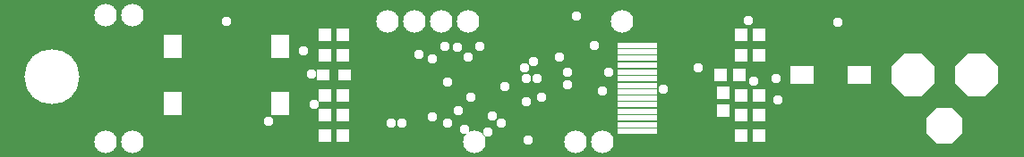
<source format=gbr>
G04 EAGLE Gerber RS-274X export*
G75*
%MOMM*%
%FSLAX34Y34*%
%LPD*%
%INSoldermask Top*%
%IPNEG*%
%AMOC8*
5,1,8,0,0,1.08239X$1,22.5*%
G01*
%ADD10C,5.203200*%
%ADD11R,1.303200X1.203200*%
%ADD12R,1.203200X1.303200*%
%ADD13R,1.203200X1.003200*%
%ADD14R,2.203200X1.803200*%
%ADD15R,1.803200X2.203200*%
%ADD16C,2.133600*%
%ADD17P,4.343848X8X202.500000*%
%ADD18P,3.700908X8X202.500000*%
%ADD19R,3.703200X0.603200*%
%ADD20C,0.959600*%


D10*
X50800Y74930D03*
D11*
X702700Y114300D03*
X719700Y114300D03*
X702700Y95250D03*
X719700Y95250D03*
X700650Y76200D03*
X683650Y76200D03*
X702700Y38100D03*
X719700Y38100D03*
X702700Y57150D03*
X719700Y57150D03*
X326000Y95250D03*
X309000Y95250D03*
X719700Y19050D03*
X702700Y19050D03*
D12*
X685800Y59300D03*
X685800Y42300D03*
D13*
X327500Y76200D03*
X307500Y76200D03*
D12*
X309000Y38100D03*
X326000Y38100D03*
X309000Y114300D03*
X326000Y114300D03*
X326000Y57150D03*
X309000Y57150D03*
X309000Y19050D03*
X326000Y19050D03*
D14*
X760400Y76200D03*
X814400Y76200D03*
D15*
X165100Y103200D03*
X165100Y49200D03*
X266700Y103200D03*
X266700Y49200D03*
D16*
X101600Y12700D03*
X127000Y12700D03*
X368300Y127000D03*
X393700Y127000D03*
X419100Y127000D03*
X444500Y127000D03*
X101600Y133350D03*
X127000Y133350D03*
X571500Y12700D03*
D17*
X925322Y76454D03*
X865378Y76454D03*
D18*
X895096Y28194D03*
D16*
X590550Y127000D03*
D19*
X604800Y22750D03*
X604800Y29250D03*
X604800Y35750D03*
X604800Y41750D03*
X604800Y48250D03*
X604800Y54250D03*
X604800Y60250D03*
X604800Y66250D03*
X604800Y72750D03*
X604800Y79250D03*
X604800Y85750D03*
X604800Y92250D03*
X604800Y98250D03*
X604800Y104250D03*
D16*
X546100Y12700D03*
X450850Y12700D03*
D20*
X296672Y77216D03*
X505968Y89408D03*
X735584Y73152D03*
X714248Y70612D03*
X538480Y67056D03*
X499872Y50800D03*
X794512Y125984D03*
X709168Y128016D03*
X563880Y104140D03*
X629412Y62484D03*
X662432Y83312D03*
X479552Y65024D03*
X497840Y83312D03*
X425450Y69850D03*
X434086Y102616D03*
X444754Y92964D03*
X501142Y14224D03*
X546608Y132334D03*
X398272Y95504D03*
X463296Y22352D03*
X440944Y24384D03*
X424688Y30480D03*
X410464Y36576D03*
X410464Y91440D03*
X422148Y103632D03*
X531114Y93218D03*
X455168Y103632D03*
X510032Y73152D03*
X447040Y54864D03*
X434848Y42672D03*
X382016Y30480D03*
X298704Y48768D03*
X371856Y30480D03*
X288544Y99568D03*
X256032Y32512D03*
X737616Y52832D03*
X499872Y73152D03*
X215900Y127000D03*
X467360Y37338D03*
X538480Y79248D03*
X514096Y54864D03*
X475488Y30480D03*
X577342Y79248D03*
X571754Y61468D03*
M02*

</source>
